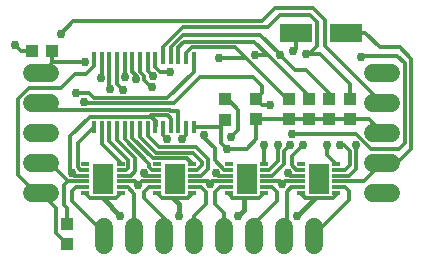
<source format=gbr>
G04 EAGLE Gerber RS-274X export*
G75*
%MOMM*%
%FSLAX34Y34*%
%LPD*%
%INTop Copper*%
%IPPOS*%
%AMOC8*
5,1,8,0,0,1.08239X$1,22.5*%
G01*
%ADD10R,1.700000X2.500000*%
%ADD11R,0.650000X0.300000*%
%ADD12R,0.304800X0.990600*%
%ADD13R,1.000000X1.100000*%
%ADD14C,1.524000*%
%ADD15R,1.100000X1.000000*%
%ADD16R,2.800000X1.600000*%
%ADD17C,0.304800*%
%ADD18C,0.756400*%
%ADD19C,0.406400*%


D10*
X292900Y116600D03*
D11*
X307650Y104100D03*
X307650Y109100D03*
X307650Y114100D03*
X307650Y119100D03*
X307650Y124100D03*
X307650Y129100D03*
X277650Y104100D03*
X277650Y109100D03*
X277650Y114100D03*
X277650Y119100D03*
X277650Y124100D03*
X277650Y129100D03*
D10*
X232100Y116600D03*
D11*
X246850Y104100D03*
X246850Y109100D03*
X246850Y114100D03*
X246850Y119100D03*
X246850Y124100D03*
X246850Y129100D03*
X216850Y104100D03*
X216850Y109100D03*
X216850Y114100D03*
X216850Y119100D03*
X216850Y124100D03*
X216850Y129100D03*
D10*
X171300Y116600D03*
D11*
X186050Y104100D03*
X186050Y109100D03*
X186050Y114100D03*
X186050Y119100D03*
X186050Y124100D03*
X186050Y129100D03*
X156050Y104100D03*
X156050Y109100D03*
X156050Y114100D03*
X156050Y119100D03*
X156050Y124100D03*
X156050Y129100D03*
D10*
X110500Y116600D03*
D11*
X125250Y104100D03*
X125250Y109100D03*
X125250Y114100D03*
X125250Y119100D03*
X125250Y124100D03*
X125250Y129100D03*
X95250Y104100D03*
X95250Y109100D03*
X95250Y114100D03*
X95250Y119100D03*
X95250Y124100D03*
X95250Y129100D03*
D12*
X187150Y218678D03*
X180650Y218678D03*
X174150Y218678D03*
X167650Y218678D03*
X161150Y218678D03*
X154650Y218678D03*
X148150Y218678D03*
X141650Y218678D03*
X135150Y218678D03*
X128650Y218678D03*
X122150Y218678D03*
X115650Y218678D03*
X109150Y218678D03*
X102650Y218678D03*
X102650Y160322D03*
X109150Y160322D03*
X115650Y160322D03*
X122150Y160322D03*
X128650Y160322D03*
X135150Y160322D03*
X141650Y160322D03*
X148150Y160322D03*
X154650Y160322D03*
X161150Y160322D03*
X167650Y160322D03*
X174150Y160322D03*
X180650Y160322D03*
X187150Y160322D03*
D13*
X213800Y166500D03*
X213800Y183500D03*
X267500Y166700D03*
X267500Y183700D03*
X284500Y166800D03*
X284500Y183800D03*
X301600Y166600D03*
X301600Y183600D03*
X319200Y166700D03*
X319200Y183700D03*
X240100Y166700D03*
X240100Y183700D03*
D14*
X288900Y75720D02*
X288900Y60480D01*
X263500Y60480D02*
X263500Y75720D01*
X238100Y75720D02*
X238100Y60480D01*
X212700Y60480D02*
X212700Y75720D01*
X187300Y75720D02*
X187300Y60480D01*
X161900Y60480D02*
X161900Y75720D01*
X136500Y75720D02*
X136500Y60480D01*
X111100Y60480D02*
X111100Y75720D01*
X65720Y104200D02*
X50480Y104200D01*
X50480Y129600D02*
X65720Y129600D01*
X65720Y155000D02*
X50480Y155000D01*
X50480Y180400D02*
X65720Y180400D01*
X65720Y205800D02*
X50480Y205800D01*
X339280Y205800D02*
X354520Y205800D01*
X354520Y180400D02*
X339280Y180400D01*
X339280Y155000D02*
X354520Y155000D01*
X354520Y129600D02*
X339280Y129600D01*
X339280Y104200D02*
X354520Y104200D01*
D15*
X50500Y224600D03*
X67500Y224600D03*
D16*
X316500Y240000D03*
X273500Y240000D03*
D13*
X80000Y78500D03*
X80000Y61500D03*
D17*
X307650Y124100D02*
X315500Y124100D01*
X319400Y128000D02*
X319400Y140000D01*
X319400Y128000D02*
X315500Y124100D01*
X148150Y207362D02*
X148150Y218678D01*
X148150Y207362D02*
X152312Y203200D01*
D18*
X152312Y203200D03*
X310800Y145000D03*
D17*
X314400Y145000D02*
X319400Y140000D01*
X314400Y145000D02*
X310800Y145000D01*
D18*
X151741Y194112D03*
D17*
X141650Y207178D02*
X141650Y218678D01*
X141650Y207178D02*
X145078Y203750D01*
X145078Y199775D01*
X150741Y194112D01*
X151741Y194112D01*
D18*
X300400Y145000D03*
D17*
X300400Y136350D01*
X307650Y129100D01*
X95250Y124100D02*
X95198Y124152D01*
X91138Y124152D01*
X88800Y126490D01*
X88800Y146472D02*
X102650Y160322D01*
X88800Y146472D02*
X88800Y126490D01*
X125250Y114100D02*
X137500Y114100D01*
X140300Y111300D01*
X186050Y114100D02*
X199300Y114100D01*
X201100Y112300D01*
D18*
X201100Y112300D03*
D17*
X246850Y114100D02*
X259900Y114100D01*
X262200Y111800D01*
D18*
X262200Y111800D03*
D17*
X95250Y114100D02*
X81300Y114100D01*
X65800Y129600D02*
X58100Y129600D01*
X80900Y114500D02*
X81300Y114100D01*
X80900Y114500D02*
X65800Y129600D01*
X143100Y114100D02*
X156050Y114100D01*
X143100Y114100D02*
X140300Y111300D01*
X202900Y114100D02*
X216850Y114100D01*
X202900Y114100D02*
X201100Y112300D01*
X264500Y114100D02*
X277650Y114100D01*
X264500Y114100D02*
X262200Y111800D01*
D18*
X140300Y111300D03*
D17*
X331400Y114100D02*
X346900Y129600D01*
X331400Y114100D02*
X307650Y114100D01*
X316500Y240000D02*
X332300Y240000D01*
X344600Y227700D02*
X361800Y227700D01*
X371500Y218000D01*
X359600Y129600D02*
X346900Y129600D01*
X344600Y227700D02*
X332300Y240000D01*
X371500Y218000D02*
X371500Y141500D01*
X359600Y129600D01*
X80000Y91900D02*
X80000Y78500D01*
X80000Y91900D02*
X77400Y94500D01*
X77400Y111000D01*
X80900Y114500D01*
X307650Y109100D02*
X315600Y109100D01*
X318900Y105800D01*
X318900Y98800D01*
X288900Y68800D02*
X288900Y68100D01*
X288900Y68800D02*
X318900Y98800D01*
X277650Y109100D02*
X269600Y109100D01*
X265900Y105400D01*
X265900Y90800D01*
X266100Y90600D01*
X266100Y70700D01*
X263500Y68100D01*
X125250Y104100D02*
X121150Y100000D01*
X99350Y100000D02*
X95250Y104100D01*
X110000Y100000D02*
X121150Y100000D01*
X110000Y100000D02*
X99350Y100000D01*
X156050Y104100D02*
X160000Y100150D01*
X160000Y100000D01*
X181950Y100000D02*
X186050Y104100D01*
X170000Y100000D02*
X160000Y100000D01*
X170000Y100000D02*
X181950Y100000D01*
X216850Y104100D02*
X220000Y100950D01*
X220000Y100000D01*
X230000Y100000D01*
X242750Y100000D01*
X246850Y104100D01*
X277650Y104100D02*
X281750Y100000D01*
X305000Y100000D02*
X307650Y102650D01*
X307650Y104100D01*
X290000Y100000D02*
X281750Y100000D01*
X290000Y100000D02*
X305000Y100000D01*
D19*
X125000Y85000D02*
X110000Y100000D01*
D18*
X125000Y85000D03*
D19*
X170000Y100000D02*
X175000Y95000D01*
X175000Y85000D01*
D18*
X175000Y85000D03*
D19*
X230000Y90000D02*
X230000Y100000D01*
X230000Y90000D02*
X225000Y85000D01*
D18*
X225000Y85000D03*
X275000Y85000D03*
D19*
X290000Y100000D01*
D17*
X156050Y119100D02*
X145338Y119100D01*
X145338Y120930D01*
D18*
X145338Y120930D03*
D17*
X95250Y119100D02*
X85430Y119100D01*
X84300Y120230D01*
X84300Y121230D01*
D18*
X84300Y121230D03*
X205800Y120988D03*
D17*
X216750Y119000D02*
X216850Y119100D01*
X216750Y119000D02*
X207959Y119000D01*
X205971Y120988D02*
X205800Y120988D01*
X205971Y120988D02*
X207959Y119000D01*
X268530Y119100D02*
X277650Y119100D01*
X268530Y119100D02*
X266700Y120930D01*
D18*
X266700Y120930D03*
D17*
X58100Y104200D02*
X54000Y104200D01*
X38300Y119900D01*
X82600Y152400D02*
X99300Y169100D01*
X150000Y169100D01*
X150900Y169100D01*
X155000Y165000D01*
X155000Y160672D01*
X167650Y160322D02*
X167650Y167350D01*
X165000Y170000D01*
X150900Y170000D01*
X150000Y169100D01*
X75000Y193500D02*
X47700Y193500D01*
X38300Y184100D01*
X38300Y119900D01*
X102650Y211578D02*
X102650Y218678D01*
X155000Y160672D02*
X154650Y160322D01*
X102650Y211578D02*
X96072Y205000D01*
X86500Y205000D02*
X75000Y193500D01*
X86500Y205000D02*
X96072Y205000D01*
X82600Y122930D02*
X84300Y121230D01*
X82600Y122930D02*
X82600Y152400D01*
X78800Y62700D02*
X80000Y61500D01*
X78800Y62700D02*
X77900Y62700D01*
X70300Y70300D01*
X70300Y92000D02*
X58100Y104200D01*
X70300Y92000D02*
X70300Y70300D01*
X273500Y226600D02*
X273500Y240000D01*
X273500Y226600D02*
X271500Y224600D01*
D18*
X271500Y224600D03*
D17*
X251200Y124100D02*
X246850Y124100D01*
X251200Y124100D02*
X258300Y131200D01*
X122150Y196725D02*
X122150Y218678D01*
X122150Y196725D02*
X127238Y191638D01*
D18*
X127238Y191638D03*
X258170Y144970D03*
D17*
X258300Y144841D01*
X258300Y131200D01*
X115650Y193466D02*
X115650Y218678D01*
X115650Y193466D02*
X116308Y192808D01*
D18*
X116308Y192808D03*
X246700Y144700D03*
D17*
X246850Y144550D01*
X246850Y129100D01*
X141650Y151850D02*
X141650Y160322D01*
X141650Y151850D02*
X155028Y138472D01*
X186528Y138472D02*
X194400Y130600D01*
X194400Y128390D01*
X190111Y124100D01*
X186050Y124100D01*
X186528Y138472D02*
X155028Y138472D01*
X135150Y151050D02*
X135150Y160322D01*
X135150Y151050D02*
X152300Y133900D01*
X181250Y133900D02*
X186050Y129100D01*
X181250Y133900D02*
X152300Y133900D01*
X130000Y124100D02*
X125250Y124100D01*
X130000Y124100D02*
X131800Y125900D01*
X115650Y148250D02*
X115650Y160322D01*
X131800Y132100D02*
X131800Y125900D01*
X131800Y132100D02*
X115650Y148250D01*
X109150Y145950D02*
X109150Y160322D01*
X125250Y129850D02*
X125250Y129100D01*
X125250Y129850D02*
X109150Y145950D01*
X246850Y109100D02*
X253700Y109100D01*
X257900Y104900D01*
X257900Y97800D01*
X238100Y78000D02*
X238100Y68100D01*
X238100Y78000D02*
X257900Y97800D01*
X216850Y109100D02*
X209100Y109100D01*
X205000Y105000D01*
X212700Y87000D02*
X212700Y68100D01*
X205000Y94700D02*
X205000Y105000D01*
X205000Y94700D02*
X212700Y87000D01*
X193200Y109100D02*
X186050Y109100D01*
X193200Y109100D02*
X197500Y104800D01*
X197500Y94900D01*
X187300Y84700D02*
X187300Y68100D01*
X187300Y84700D02*
X197500Y94900D01*
X156050Y109100D02*
X149100Y109100D01*
X145000Y105000D01*
X145000Y100000D01*
X161900Y83100D02*
X161900Y68100D01*
X161900Y83100D02*
X145000Y100000D01*
X131300Y109100D02*
X125250Y109100D01*
X136500Y103900D02*
X136500Y68100D01*
X136500Y103900D02*
X131300Y109100D01*
X95250Y109100D02*
X87200Y109100D01*
X84000Y105900D01*
X84000Y97700D01*
X111100Y70600D02*
X111100Y68100D01*
X111100Y70600D02*
X84000Y97700D01*
X187150Y160322D02*
X210000Y160322D01*
X240100Y166700D02*
X240100Y149700D01*
X232100Y141700D01*
X240100Y166700D02*
X267500Y166700D01*
X284400Y166700D01*
X284500Y166800D01*
X301400Y166800D01*
X301600Y166600D01*
X301700Y166700D01*
X319200Y166700D01*
D18*
X215000Y141700D03*
D17*
X232100Y141700D01*
X210000Y162700D02*
X213800Y166500D01*
X210000Y162700D02*
X210000Y160322D01*
X210000Y146700D02*
X215000Y141700D01*
X210000Y146700D02*
X210000Y160322D01*
X319200Y166700D02*
X335200Y166700D01*
X346900Y155000D01*
D18*
X35500Y230000D03*
D17*
X40900Y224600D01*
X50500Y224600D01*
X180650Y160322D02*
X180650Y153692D01*
X177200Y150242D01*
D18*
X177200Y150242D03*
X95000Y215200D03*
D17*
X67500Y215200D01*
X66150Y213850D02*
X58100Y205800D01*
X67500Y215200D02*
X67500Y224600D01*
X67500Y215200D02*
X66150Y213850D01*
X174150Y174150D02*
X174150Y160322D01*
X174150Y174150D02*
X167316Y174150D01*
X166894Y174572D01*
X149006Y174572D01*
X148734Y174300D01*
X64200Y174300D01*
X58100Y180400D01*
D18*
X74500Y239100D03*
D17*
X85400Y250000D01*
X298400Y228900D02*
X346900Y180400D01*
X298400Y228900D02*
X298400Y250600D01*
X298500Y250700D01*
X288000Y261200D01*
X256200Y261200D01*
X245000Y250000D01*
X85400Y250000D01*
X187150Y218678D02*
X187150Y207150D01*
D18*
X87200Y189100D03*
D17*
X102740Y185160D02*
X109840Y185160D01*
X102740Y185160D02*
X98800Y189100D01*
X87200Y189100D01*
X110192Y184808D02*
X164808Y184808D01*
X110192Y184808D02*
X109840Y185160D01*
X164808Y184808D02*
X187150Y207150D01*
D18*
X219000Y151900D03*
D17*
X225000Y157900D01*
X225000Y175000D01*
X216500Y183500D01*
X213800Y183500D01*
X266100Y183700D02*
X267500Y183700D01*
X266100Y183700D02*
X231300Y218500D01*
X221900Y227900D01*
X185585Y227900D02*
X180650Y222966D01*
X180650Y218678D01*
X185585Y227900D02*
X221900Y227900D01*
D18*
X209000Y218500D03*
D17*
X231300Y218500D01*
X284500Y186500D02*
X284500Y183800D01*
X284500Y186500D02*
X249970Y221030D01*
X238400Y232600D01*
X178800Y232600D01*
X174150Y227950D01*
X174150Y218678D01*
D18*
X239430Y221030D03*
D17*
X249970Y221030D01*
X301600Y188900D02*
X301600Y183600D01*
X301600Y188900D02*
X282000Y208500D01*
X260150Y221650D02*
X243428Y238372D01*
X178106Y238372D01*
X167650Y227916D02*
X167650Y218678D01*
X167650Y227916D02*
X178106Y238372D01*
D18*
X259900Y221400D03*
D17*
X275000Y208500D02*
X282000Y208500D01*
X275000Y208500D02*
X273800Y208500D01*
X260150Y221650D02*
X259900Y221400D01*
X272800Y208500D02*
X273800Y208500D01*
X272800Y208500D02*
X259900Y221400D01*
X319200Y196600D02*
X319200Y183700D01*
X319200Y196600D02*
X294000Y221800D01*
X161150Y218678D02*
X161150Y227882D01*
D18*
X282200Y221800D03*
D17*
X285000Y221800D01*
X294000Y221800D01*
X250000Y245000D02*
X178268Y245000D01*
X250000Y245000D02*
X260000Y255000D01*
X285900Y255000D01*
X291900Y249000D01*
X291900Y228700D01*
X285000Y221800D01*
X178268Y245000D02*
X161150Y227882D01*
X240100Y183700D02*
X245000Y188600D01*
X245000Y195000D01*
X161150Y160322D02*
X161150Y153624D01*
X164500Y150274D01*
D18*
X164500Y150274D03*
X94711Y181130D03*
D17*
X95611Y180230D01*
X170230Y180230D01*
X237600Y202400D02*
X245000Y195000D01*
X192400Y202400D02*
X170230Y180230D01*
X192400Y202400D02*
X237600Y202400D01*
X240100Y183700D02*
X245270Y178530D01*
X251811Y178530D01*
D18*
X251811Y178530D03*
X270000Y153988D03*
D17*
X270600Y154588D01*
X324512Y154588D01*
X337300Y141800D01*
X361100Y141800D01*
X366000Y146700D01*
X366000Y214100D01*
X359500Y220600D02*
X329300Y220600D01*
X328500Y219800D01*
D18*
X328500Y219800D03*
D17*
X359500Y220600D02*
X366000Y214100D01*
X307650Y119100D02*
X307798Y118952D01*
X318386Y118952D01*
X324500Y125066D01*
X154650Y210750D02*
X154650Y218678D01*
X158700Y206700D02*
X167400Y206700D01*
D18*
X167400Y206700D03*
X324406Y145000D03*
D17*
X324406Y141460D01*
X324500Y141366D01*
X158700Y206700D02*
X154650Y210750D01*
X324500Y141366D02*
X324500Y125066D01*
X277650Y124100D02*
X277302Y123752D01*
X273938Y123752D01*
X270000Y127690D01*
X270000Y135700D01*
X135260Y206988D02*
X135150Y206878D01*
X135150Y218678D01*
X137948Y204300D02*
X137948Y200600D01*
X137948Y204300D02*
X135260Y206988D01*
D18*
X137948Y200600D03*
X279300Y145000D03*
D17*
X270000Y135700D01*
X253800Y119100D02*
X246850Y119100D01*
X263700Y129000D02*
X263700Y140288D01*
X263700Y129000D02*
X253800Y119100D01*
X128650Y202968D02*
X128650Y218678D01*
X128650Y202968D02*
X129018Y202600D01*
D18*
X129018Y202600D03*
X268312Y144900D03*
D17*
X263700Y140288D01*
X216850Y124100D02*
X216702Y123952D01*
X212938Y123952D01*
X204800Y132090D01*
X109150Y201830D02*
X109150Y218678D01*
X109150Y201830D02*
X108620Y201300D01*
D18*
X108620Y201300D03*
X196100Y153200D03*
D17*
X196100Y151200D01*
X204800Y142500D01*
X204800Y132090D01*
X193670Y119100D02*
X186050Y119100D01*
X148200Y160272D02*
X148150Y160322D01*
X148200Y160272D02*
X148200Y152600D01*
X157756Y143044D01*
X198972Y133228D02*
X198972Y124402D01*
X193670Y119100D01*
X189156Y143044D02*
X157756Y143044D01*
X189156Y143044D02*
X198972Y133228D01*
X156050Y124100D02*
X155902Y123952D01*
X152138Y123952D01*
X149752Y126338D01*
X128650Y150050D02*
X128650Y160322D01*
X149752Y128948D02*
X149752Y126338D01*
X149752Y128948D02*
X128650Y150050D01*
X125250Y119100D02*
X133849Y119100D01*
X137600Y122851D01*
X137600Y133800D01*
X122150Y149250D01*
X122150Y160322D01*
M02*

</source>
